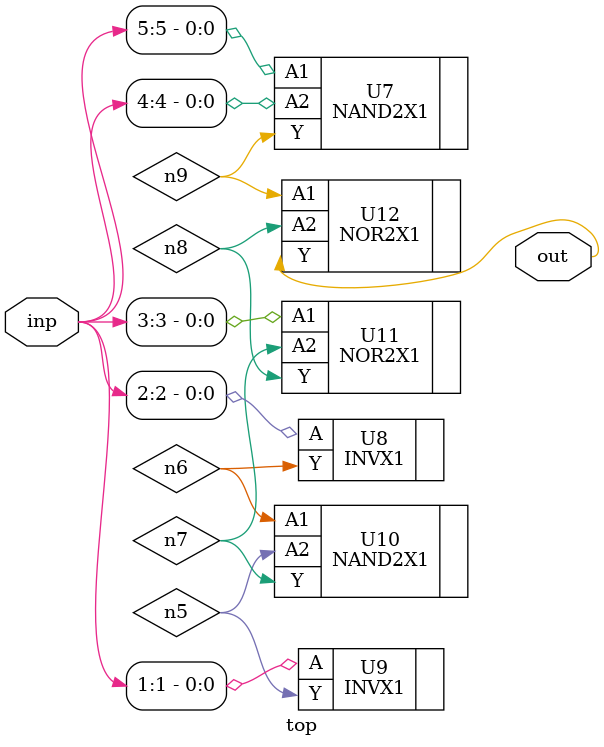
<source format=sv>


module top ( inp, out );
  input [5:0] inp;
  output out;
  wire   n5, n6, n7, n8, n9;

  NAND2X1 U7 ( .A1(inp[5]), .A2(inp[4]), .Y(n9) );
  INVX1 U8 ( .A(inp[2]), .Y(n6) );
  INVX1 U9 ( .A(inp[1]), .Y(n5) );
  NAND2X1 U10 ( .A1(n6), .A2(n5), .Y(n7) );
  NOR2X1 U11 ( .A1(inp[3]), .A2(n7), .Y(n8) );
  NOR2X1 U12 ( .A1(n9), .A2(n8), .Y(out) );
endmodule


</source>
